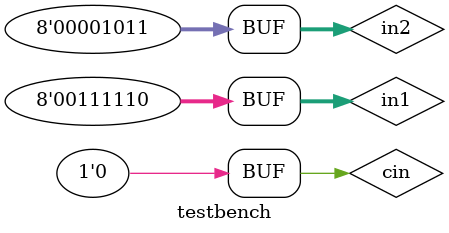
<source format=v>
module testbench;

	reg cin = 1'b0;
	reg[0:7] in1,in2;
	wire cout;
	wire[0:7] out;
	adder_8bits myadder(in1,in2,cin,out,cout);
	initial 
		begin
			$monitor($time, "in1 = %b | in2 = %b | out = %b | out = %d | cout = %b",in1,in2,out,out,cout);
			#0 in1 = 8'd0;	in2 = 8'd45;
			#4 in1 = 8'd32;	in2 = 8'd45;
			#4 in1 = 8'd9;	in2 = 8'd5;
			#4 in1 = 8'd23;	in2 = 8'd44;
			#4 in1 = 8'd12;	in2 = 8'd4;
			#4 in1 = 8'd22;	in2 = 8'd43;
			#4 in1 = 8'd16;	in2 = 8'd45;
			#4 in1 = 8'd62;	in2 = 8'd11;
		end
endmodule
</source>
